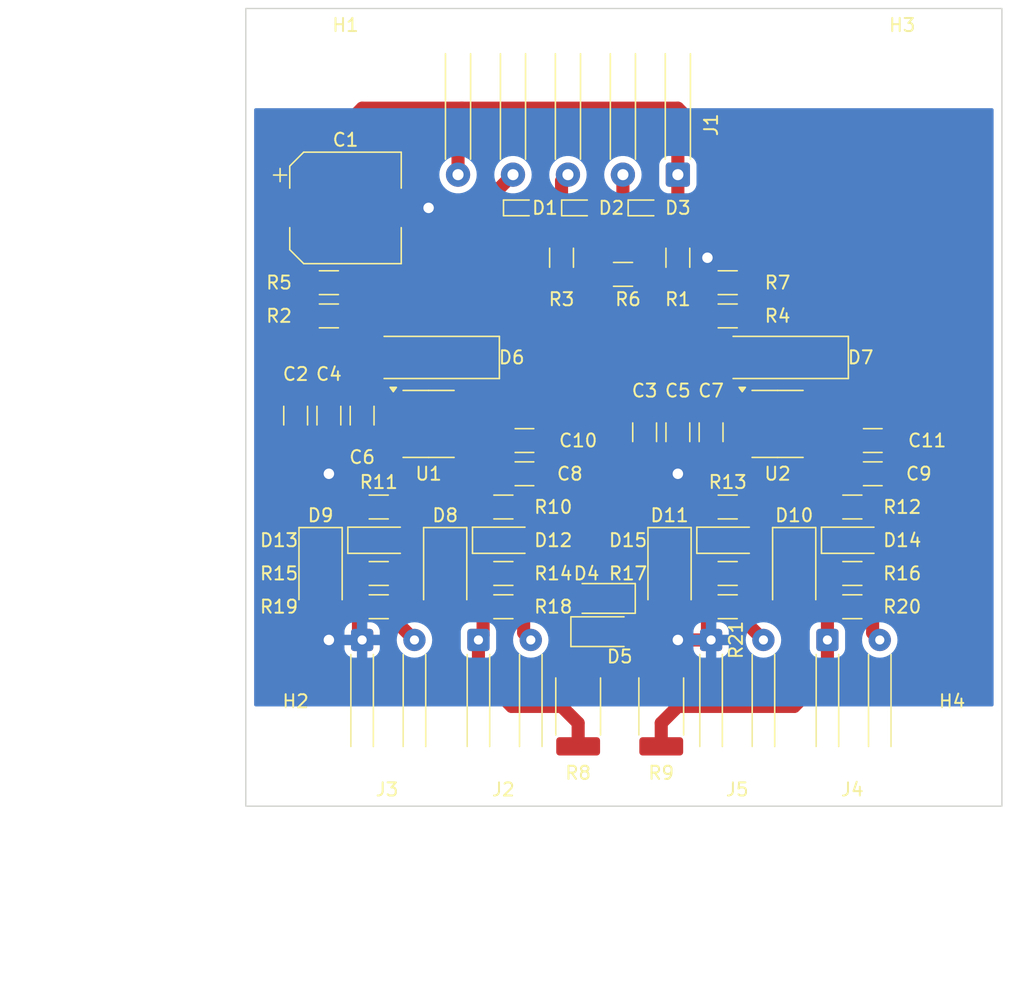
<source format=kicad_pcb>
(kicad_pcb (version 20221018) (generator pcbnew)
  (title_block (title "vetrnik-H-bridge") (company "Ondřej Sluka"))
  (layers (0 "F.Cu" signal) (31 "B.Cu" signal) (34 "B.Paste" user) (35 "F.Paste" user) (36 "B.SilkS" user "B.Silkscreen") (37 "F.SilkS" user "F.Silkscreen") (38 "B.Mask" user) (39 "F.Mask" user) (44 "Edge.Cuts" user))
  (net 0 "")
  (net 1 "+12P")
  (net 2 "GNDPWR")
  (net 3 "Net-(D7-K)")
  (net 4 "/CONN_IN1")
  (net 5 "/CONN_~{SD}")
  (net 6 "/CONN_IN2")
  (net 7 "Net-(D13-K)")
  (net 8 "/AC1")
  (net 9 "Net-(D10-A1)")
  (net 10 "Net-(D11-A1)")
  (net 11 "/AC2")
  (net 12 "Net-(D13-A)")
  (net 13 "Net-(D14-A)")
  (net 14 "Net-(D15-A)")
  (net 15 "/IN1")
  (net 16 "/~{SD}")
  (net 17 "/IN2")
  (net 18 "Net-(U1-HO)")
  (net 19 "Net-(U1-LO)")
  (net 20 "Net-(U2-HO)")
  (net 21 "Net-(U2-LO)")
  (net 22 "Net-(D6-K)")
  (net 23 "Net-(D4-K)")
  (net 24 "Net-(D4-A)")
  (net 25 "Net-(D12-K)")
  (net 26 "Net-(D12-A)")
  (net 27 "Net-(D1-A)")
  (footprint "MountingHole:MountingHole_3.2mm_M3" (layer "F.Cu") (at 105.41 123.19)
    (fp_text reference "H2" (at 0 -4.2) (layer "F.SilkS"))
    (fp_text value "MountingHole")
    (pad "" np_thru_hole circle (at 0 0) (size 3.2 3.2) (drill 3.2) (layers "*.Cu" "*.Mask"))
  )
  (footprint "Capacitor_SMD:CP_Elec_8x10" (layer "F.Cu") (at 109.22 81.28)
    (fp_text reference "C1" (at 0 -5.2) (layer "F.SilkS"))
    (fp_text value "220u / 25V")
    (pad "1" smd roundrect (at -3.25 0) (size 3.5 2.5) (layers "F.Cu" "F.Paste" "F.Mask") (roundrect_rratio 0.1) (net 1 "+12P"))
    (pad "2" smd roundrect (at 3.25 0) (size 3.5 2.5) (layers "F.Cu" "F.Paste" "F.Mask") (roundrect_rratio 0.1) (net 2 "GNDPWR"))
  )
  (footprint "Resistor_SMD:R_1206_3216Metric_Pad1.30x1.75mm_HandSolder" (layer "F.Cu") (at 107.95 89.535)
    (fp_text reference "R2" (at -3.81 0) (layer "F.SilkS"))
    (fp_text value "1k")
    (pad "1" smd roundrect (at -1.55 0) (size 1.3 1.75) (layers "F.Cu" "F.Paste" "F.Mask") (roundrect_rratio 0.1923076923) (net 15 "/IN1"))
    (pad "2" smd roundrect (at 1.55 0) (size 1.3 1.75) (layers "F.Cu" "F.Paste" "F.Mask") (roundrect_rratio 0.1923076923) (net 4 "/CONN_IN1"))
  )
  (footprint "Capacitor_SMD:C_1206_3216Metric_Pad1.33x1.80mm_HandSolder" (layer "F.Cu") (at 149.5175 99.06 180)
    (fp_text reference "C11" (at -4.1525 0) (layer "F.SilkS"))
    (fp_text value "10u / 25V")
    (pad "1" smd roundrect (at -1.5625 0 180) (size 1.325 1.8) (layers "F.Cu" "F.Paste" "F.Mask") (roundrect_rratio 0.1886792453) (net 3 "Net-(D7-K)"))
    (pad "2" smd roundrect (at 1.5625 0 180) (size 1.325 1.8) (layers "F.Cu" "F.Paste" "F.Mask") (roundrect_rratio 0.1886792453) (net 11 "/AC2"))
  )
  (footprint "Diode_SMD:D_SOD-523" (layer "F.Cu") (at 127 81.28)
    (fp_text reference "D2" (at 2.54 0) (layer "F.SilkS"))
    (fp_text value "ESD5Z5V0")
    (pad "1" smd roundrect (at -0.7 0 180) (size 0.6 0.7) (layers "F.Cu" "F.Paste" "F.Mask") (net 5 "/CONN_~{SD}"))
    (pad "2" smd roundrect (at 0.7 0 180) (size 0.6 0.7) (layers "F.Cu" "F.Paste" "F.Mask") (net 27 "Net-(D1-A)"))
  )
  (footprint "Resistor_SMD:R_1206_3216Metric_Pad1.30x1.75mm_HandSolder" (layer "F.Cu") (at 138.43 111.76 180)
    (fp_text reference "R21" (at -0.635 -2.54 90) (layer "F.SilkS"))
    (fp_text value "22k")
    (pad "1" smd roundrect (at -1.55 0 180) (size 1.3 1.75) (layers "F.Cu" "F.Paste" "F.Mask") (roundrect_rratio 0.1923076923) (net 14 "Net-(D15-A)"))
    (pad "2" smd roundrect (at 1.55 0 180) (size 1.3 1.75) (layers "F.Cu" "F.Paste" "F.Mask") (roundrect_rratio 0.1923076923) (net 2 "GNDPWR"))
  )
  (footprint "Capacitor_SMD:C_1206_3216Metric_Pad1.33x1.80mm_HandSolder" (layer "F.Cu") (at 105.41 97.155 -90)
    (fp_text reference "C2" (at -3.175 0 -180) (layer "F.SilkS"))
    (fp_text value "10u / 25V")
    (pad "1" smd roundrect (at -1.5625 0 270) (size 1.325 1.8) (layers "F.Cu" "F.Paste" "F.Mask") (roundrect_rratio 0.1886792453) (net 1 "+12P"))
    (pad "2" smd roundrect (at 1.5625 0 270) (size 1.325 1.8) (layers "F.Cu" "F.Paste" "F.Mask") (roundrect_rratio 0.1886792453) (net 2 "GNDPWR"))
  )
  (footprint "Capacitor_SMD:C_1206_3216Metric_Pad1.33x1.80mm_HandSolder" (layer "F.Cu") (at 110.49 97.155 -90)
    (fp_text reference "C6" (at 3.175 0 -180) (layer "F.SilkS"))
    (fp_text value "10n")
    (pad "1" smd roundrect (at -1.5625 0 270) (size 1.325 1.8) (layers "F.Cu" "F.Paste" "F.Mask") (roundrect_rratio 0.1886792453) (net 1 "+12P"))
    (pad "2" smd roundrect (at 1.5625 0 270) (size 1.325 1.8) (layers "F.Cu" "F.Paste" "F.Mask") (roundrect_rratio 0.1886792453) (net 2 "GNDPWR"))
  )
  (footprint "Connector_Wire:SolderWire-0.15sqmm_1x02_P4mm_D0.5mm_OD1.5mm_Relief" (layer "F.Cu") (at 137.16 114.3)
    (fp_text reference "J5" (at 2 11.43) (layer "F.SilkS"))
    (fp_text value "Conn_01x02_Pin")
    (pad "" np_thru_hole circle (at 0 9) (size 2 2) (drill 2) (layers "*.Cu" "*.Mask"))
    (pad "" np_thru_hole circle (at 4 9) (size 2 2) (drill 2) (layers "*.Cu" "*.Mask"))
    (pad "1" thru_hole roundrect (at 0 0) (size 1.7 1.7) (drill 0.7) (layers "*.Cu" "*.Mask") (roundrect_rratio 0.1470588235) (net 2 "GNDPWR"))
    (pad "2" thru_hole circle (at 4 0) (size 1.7 1.7) (drill 0.7) (layers "*.Cu" "*.Mask") (net 14 "Net-(D15-A)"))
  )
  (footprint "Capacitor_SMD:C_1206_3216Metric_Pad1.33x1.80mm_HandSolder" (layer "F.Cu") (at 137.16 98.425 -90)
    (fp_text reference "C7" (at -3.175 0 -180) (layer "F.SilkS"))
    (fp_text value "10n")
    (pad "1" smd roundrect (at -1.5625 0 270) (size 1.325 1.8) (layers "F.Cu" "F.Paste" "F.Mask") (roundrect_rratio 0.1886792453) (net 1 "+12P"))
    (pad "2" smd roundrect (at 1.5625 0 270) (size 1.325 1.8) (layers "F.Cu" "F.Paste" "F.Mask") (roundrect_rratio 0.1886792453) (net 2 "GNDPWR"))
  )
  (footprint "Diode_SMD:D_SMA" (layer "F.Cu") (at 116.84 109.22 -90)
    (fp_text reference "D8" (at -4.445 0 -180) (layer "F.SilkS"))
    (fp_text value "SMAJ13A")
    (pad "1" smd roundrect (at -2 0 270) (size 2.5 1.8) (layers "F.Cu" "F.Paste" "F.Mask") (roundrect_rratio 0.1388888889) (net 25 "Net-(D12-K)"))
    (pad "2" smd roundrect (at 2 0 270) (size 2.5 1.8) (layers "F.Cu" "F.Paste" "F.Mask") (roundrect_rratio 0.1388888889) (net 8 "/AC1"))
  )
  (footprint "Capacitor_SMD:C_1206_3216Metric_Pad1.33x1.80mm_HandSolder" (layer "F.Cu") (at 122.8975 99.06 180)
    (fp_text reference "C10" (at -4.1025 0) (layer "F.SilkS"))
    (fp_text value "10u / 25V")
    (pad "1" smd roundrect (at -1.5625 0 180) (size 1.325 1.8) (layers "F.Cu" "F.Paste" "F.Mask") (roundrect_rratio 0.1886792453) (net 22 "Net-(D6-K)"))
    (pad "2" smd roundrect (at 1.5625 0 180) (size 1.325 1.8) (layers "F.Cu" "F.Paste" "F.Mask") (roundrect_rratio 0.1886792453) (net 8 "/AC1"))
  )
  (footprint "Resistor_SMD:R_1206_3216Metric_Pad1.30x1.75mm_HandSolder" (layer "F.Cu") (at 138.43 86.995 180)
    (fp_text reference "R7" (at -3.81 0) (layer "F.SilkS"))
    (fp_text value "22k")
    (pad "1" smd roundrect (at -1.55 0 180) (size 1.3 1.75) (layers "F.Cu" "F.Paste" "F.Mask") (roundrect_rratio 0.1923076923) (net 17 "/IN2"))
    (pad "2" smd roundrect (at 1.55 0 180) (size 1.3 1.75) (layers "F.Cu" "F.Paste" "F.Mask") (roundrect_rratio 0.1923076923) (net 2 "GNDPWR"))
  )
  (footprint "Diode_SMD:D_SOD-123" (layer "F.Cu") (at 111.76 106.68)
    (fp_text reference "D13" (at -7.62 0) (layer "F.SilkS"))
    (fp_text value "DNP 1N4148W")
    (pad "1" smd roundrect (at -1.65 0) (size 0.9 1.2) (layers "F.Cu" "F.Paste" "F.Mask") (net 7 "Net-(D13-K)"))
    (pad "2" smd roundrect (at 1.65 0) (size 0.9 1.2) (layers "F.Cu" "F.Paste" "F.Mask") (net 12 "Net-(D13-A)"))
  )
  (footprint "Diode_SMD:D_MELF_Handsoldering" (layer "F.Cu") (at 115.57 92.71 180)
    (fp_text reference "D6" (at -6.35 0 180) (layer "F.SilkS"))
    (fp_text value "SUF4004")
    (pad "1" smd roundrect (at -3.4 0 180) (size 3.5 2.7) (layers "F.Cu" "F.Paste" "F.Mask") (roundrect_rratio 0.09259259259) (net 22 "Net-(D6-K)"))
    (pad "2" smd roundrect (at 3.4 0 180) (size 3.5 2.7) (layers "F.Cu" "F.Paste" "F.Mask") (roundrect_rratio 0.09259259259) (net 1 "+12P"))
  )
  (footprint "Resistor_SMD:R_1206_3216Metric_Pad1.30x1.75mm_HandSolder" (layer "F.Cu") (at 121.285 104.14 180)
    (fp_text reference "R10" (at -3.81 0) (layer "F.SilkS"))
    (fp_text value "10")
    (pad "1" smd roundrect (at -1.55 0 180) (size 1.3 1.75) (layers "F.Cu" "F.Paste" "F.Mask") (roundrect_rratio 0.1923076923) (net 18 "Net-(U1-HO)"))
    (pad "2" smd roundrect (at 1.55 0 180) (size 1.3 1.75) (layers "F.Cu" "F.Paste" "F.Mask") (roundrect_rratio 0.1923076923) (net 25 "Net-(D12-K)"))
  )
  (footprint "Resistor_SMD:R_1206_3216Metric_Pad1.30x1.75mm_HandSolder" (layer "F.Cu") (at 121.285 109.22)
    (fp_text reference "R14" (at 3.81 0) (layer "F.SilkS"))
    (fp_text value "10")
    (pad "1" smd roundrect (at -1.55 0) (size 1.3 1.75) (layers "F.Cu" "F.Paste" "F.Mask") (roundrect_rratio 0.1923076923) (net 25 "Net-(D12-K)"))
    (pad "2" smd roundrect (at 1.55 0) (size 1.3 1.75) (layers "F.Cu" "F.Paste" "F.Mask") (roundrect_rratio 0.1923076923) (net 26 "Net-(D12-A)"))
  )
  (footprint "Diode_SMD:D_SMA" (layer "F.Cu") (at 107.315 109.22 -90)
    (fp_text reference "D9" (at -4.445 0 -180) (layer "F.SilkS"))
    (fp_text value "SMAJ13A")
    (pad "1" smd roundrect (at -2 0 270) (size 2.5 1.8) (layers "F.Cu" "F.Paste" "F.Mask") (roundrect_rratio 0.1388888889) (net 7 "Net-(D13-K)"))
    (pad "2" smd roundrect (at 2 0 270) (size 2.5 1.8) (layers "F.Cu" "F.Paste" "F.Mask") (roundrect_rratio 0.1388888889) (net 2 "GNDPWR"))
  )
  (footprint "LED_SMD:LED_1206_3216Metric_Pad1.42x1.75mm_HandSolder" (layer "F.Cu") (at 128.905 111.125 180)
    (fp_text reference "D4" (at 1.27 1.905) (layer "F.SilkS"))
    (fp_text value "LED")
    (pad "1" smd roundrect (at -1.4875 0 180) (size 1.425 1.75) (layers "F.Cu" "F.Paste" "F.Mask") (roundrect_rratio 0.1754392982) (net 23 "Net-(D4-K)"))
    (pad "2" smd roundrect (at 1.4875 0 180) (size 1.425 1.75) (layers "F.Cu" "F.Paste" "F.Mask") (roundrect_rratio 0.1754392982) (net 24 "Net-(D4-A)"))
  )
  (footprint "Resistor_SMD:R_1206_3216Metric_Pad1.30x1.75mm_HandSolder" (layer "F.Cu") (at 138.43 89.535 180)
    (fp_text reference "R4" (at -3.81 0) (layer "F.SilkS"))
    (fp_text value "1k")
    (pad "1" smd roundrect (at -1.55 0 180) (size 1.3 1.75) (layers "F.Cu" "F.Paste" "F.Mask") (roundrect_rratio 0.1923076923) (net 17 "/IN2"))
    (pad "2" smd roundrect (at 1.55 0 180) (size 1.3 1.75) (layers "F.Cu" "F.Paste" "F.Mask") (roundrect_rratio 0.1923076923) (net 6 "/CONN_IN2"))
  )
  (footprint "Resistor_SMD:R_1206_3216Metric_Pad1.30x1.75mm_HandSolder" (layer "F.Cu") (at 130.429 86.36)
    (fp_text reference "R6" (at 0.381 1.905) (layer "F.SilkS"))
    (fp_text value "22k")
    (pad "1" smd roundrect (at -1.55 0) (size 1.3 1.75) (layers "F.Cu" "F.Paste" "F.Mask") (roundrect_rratio 0.1923076923) (net 16 "/~{SD}"))
    (pad "2" smd roundrect (at 1.55 0) (size 1.3 1.75) (layers "F.Cu" "F.Paste" "F.Mask") (roundrect_rratio 0.1923076923) (net 2 "GNDPWR"))
  )
  (footprint "Diode_SMD:D_SOD-523" (layer "F.Cu") (at 132.08 81.28)
    (fp_text reference "D3" (at 2.54 0) (layer "F.SilkS"))
    (fp_text value "ESD5Z5V0")
    (pad "1" smd roundrect (at -0.7 0 180) (size 0.6 0.7) (layers "F.Cu" "F.Paste" "F.Mask") (net 6 "/CONN_IN2"))
    (pad "2" smd roundrect (at 0.7 0 180) (size 0.6 0.7) (layers "F.Cu" "F.Paste" "F.Mask") (net 27 "Net-(D1-A)"))
  )
  (footprint "Diode_SMD:D_SOD-123" (layer "F.Cu") (at 121.285 106.68)
    (fp_text reference "D12" (at 3.81 0) (layer "F.SilkS"))
    (fp_text value "DNP 1N4148W")
    (pad "1" smd roundrect (at -1.65 0) (size 0.9 1.2) (layers "F.Cu" "F.Paste" "F.Mask") (net 25 "Net-(D12-K)"))
    (pad "2" smd roundrect (at 1.65 0) (size 0.9 1.2) (layers "F.Cu" "F.Paste" "F.Mask") (net 26 "Net-(D12-A)"))
  )
  (footprint "MountingHole:MountingHole_3.2mm_M3" (layer "F.Cu") (at 155.575 123.19)
    (fp_text reference "H4" (at 0 -4.2) (layer "F.SilkS"))
    (fp_text value "MountingHole")
    (pad "" np_thru_hole circle (at 0 0) (size 3.2 3.2) (drill 3.2) (layers "*.Cu" "*.Mask"))
  )
  (footprint "Capacitor_SMD:C_1206_3216Metric_Pad1.33x1.80mm_HandSolder" (layer "F.Cu") (at 132.08 98.425 -90)
    (fp_text reference "C3" (at -3.175 0 -180) (layer "F.SilkS"))
    (fp_text value "10u / 25V")
    (pad "1" smd roundrect (at -1.5625 0 270) (size 1.325 1.8) (layers "F.Cu" "F.Paste" "F.Mask") (roundrect_rratio 0.1886792453) (net 1 "+12P"))
    (pad "2" smd roundrect (at 1.5625 0 270) (size 1.325 1.8) (layers "F.Cu" "F.Paste" "F.Mask") (roundrect_rratio 0.1886792453) (net 2 "GNDPWR"))
  )
  (footprint "Connector_Wire:SolderWire-0.15sqmm_1x02_P4mm_D0.5mm_OD1.5mm_Relief" (layer "F.Cu") (at 119.38 114.3)
    (fp_text reference "J2" (at 1.905 11.43) (layer "F.SilkS"))
    (fp_text value "Conn_01x02_Pin")
    (pad "" np_thru_hole circle (at 0 9) (size 2 2) (drill 2) (layers "*.Cu" "*.Mask"))
    (pad "" np_thru_hole circle (at 4 9) (size 2 2) (drill 2) (layers "*.Cu" "*.Mask"))
    (pad "1" thru_hole roundrect (at 0 0) (size 1.7 1.7) (drill 0.7) (layers "*.Cu" "*.Mask") (roundrect_rratio 0.1470588235) (net 8 "/AC1"))
    (pad "2" thru_hole circle (at 4 0) (size 1.7 1.7) (drill 0.7) (layers "*.Cu" "*.Mask") (net 26 "Net-(D12-A)"))
  )
  (footprint "Diode_SMD:D_SOD-123" (layer "F.Cu") (at 138.43 106.68)
    (fp_text reference "D15" (at -7.62 0 180) (layer "F.SilkS"))
    (fp_text value "DNP 1N4148W")
    (pad "1" smd roundrect (at -1.65 0) (size 0.9 1.2) (layers "F.Cu" "F.Paste" "F.Mask") (net 10 "Net-(D11-A1)"))
    (pad "2" smd roundrect (at 1.65 0) (size 0.9 1.2) (layers "F.Cu" "F.Paste" "F.Mask") (net 14 "Net-(D15-A)"))
  )
  (footprint "Resistor_SMD:R_1206_3216Metric_Pad1.30x1.75mm_HandSolder" (layer "F.Cu") (at 138.43 104.14 180)
    (fp_text reference "R13" (at 0 1.905 180) (layer "F.SilkS"))
    (fp_text value "10")
    (pad "1" smd roundrect (at -1.55 0 180) (size 1.3 1.75) (layers "F.Cu" "F.Paste" "F.Mask") (roundrect_rratio 0.1923076923) (net 21 "Net-(U2-LO)"))
    (pad "2" smd roundrect (at 1.55 0 180) (size 1.3 1.75) (layers "F.Cu" "F.Paste" "F.Mask") (roundrect_rratio 0.1923076923) (net 10 "Net-(D11-A1)"))
  )
  (footprint "Resistor_SMD:R_1206_3216Metric_Pad1.30x1.75mm_HandSolder" (layer "F.Cu") (at 147.955 104.14 180)
    (fp_text reference "R12" (at -3.81 0) (layer "F.SilkS"))
    (fp_text value "10")
    (pad "1" smd roundrect (at -1.55 0 180) (size 1.3 1.75) (layers "F.Cu" "F.Paste" "F.Mask") (roundrect_rratio 0.1923076923) (net 20 "Net-(U2-HO)"))
    (pad "2" smd roundrect (at 1.55 0 180) (size 1.3 1.75) (layers "F.Cu" "F.Paste" "F.Mask") (roundrect_rratio 0.1923076923) (net 9 "Net-(D10-A1)"))
  )
  (footprint "Resistor_SMD:R_1206_3216Metric_Pad1.30x1.75mm_HandSolder" (layer "F.Cu") (at 111.76 111.76 180)
    (fp_text reference "R19" (at 7.62 0) (layer "F.SilkS"))
    (fp_text value "22k")
    (pad "1" smd roundrect (at -1.55 0 180) (size 1.3 1.75) (layers "F.Cu" "F.Paste" "F.Mask") (roundrect_rratio 0.1923076923) (net 12 "Net-(D13-A)"))
    (pad "2" smd roundrect (at 1.55 0 180) (size 1.3 1.75) (layers "F.Cu" "F.Paste" "F.Mask") (roundrect_rratio 0.1923076923) (net 2 "GNDPWR"))
  )
  (footprint "MountingHole:MountingHole_3.2mm_M3" (layer "F.Cu") (at 105.41 69.85)
    (fp_text reference "H1" (at 3.81 -2.54) (layer "F.SilkS"))
    (fp_text value "MountingHole")
    (pad "" np_thru_hole circle (at 0 0) (size 3.2 3.2) (drill 3.2) (layers "*.Cu" "*.Mask"))
  )
  (footprint "MountingHole:MountingHole_3.2mm_M3" (layer "F.Cu") (at 155.575 69.85)
    (fp_text reference "H3" (at -3.81 -2.54) (layer "F.SilkS"))
    (fp_text value "MountingHole")
    (pad "" np_thru_hole circle (at 0 0) (size 3.2 3.2) (drill 3.2) (layers "*.Cu" "*.Mask"))
  )
  (footprint "Resistor_SMD:R_2512_6332Metric_Pad1.40x3.35mm_HandSolder" (layer "F.Cu") (at 133.35 119.38 90)
    (fp_text reference "R9" (at -5.08 0 180) (layer "F.SilkS"))
    (fp_text value "10k / 1.5W")
    (pad "1" smd roundrect (at -3.05 0 90) (size 1.4 3.35) (layers "F.Cu" "F.Paste" "F.Mask") (roundrect_rratio 0.1785707143) (net 11 "/AC2"))
    (pad "2" smd roundrect (at 3.05 0 90) (size 1.4 3.35) (layers "F.Cu" "F.Paste" "F.Mask") (roundrect_rratio 0.1785707143) (net 23 "Net-(D4-K)"))
  )
  (footprint "Connector_Wire:SolderWire-0.15sqmm_1x02_P4mm_D0.5mm_OD1.5mm_Relief" (layer "F.Cu") (at 146.05 114.3)
    (fp_text reference "J4" (at 1.905 11.43) (layer "F.SilkS"))
    (fp_text value "Conn_01x02_Pin")
    (pad "" np_thru_hole circle (at 0 9) (size 2 2) (drill 2) (layers "*.Cu" "*.Mask"))
    (pad "" np_thru_hole circle (at 4 9) (size 2 2) (drill 2) (layers "*.Cu" "*.Mask"))
    (pad "1" thru_hole roundrect (at 0 0) (size 1.7 1.7) (drill 0.7) (layers "*.Cu" "*.Mask") (roundrect_rratio 0.1470588235) (net 11 "/AC2"))
    (pad "2" thru_hole circle (at 4 0) (size 1.7 1.7) (drill 0.7) (layers "*.Cu" "*.Mask") (net 13 "Net-(D14-A)"))
  )
  (footprint "Resistor_SMD:R_2512_6332Metric_Pad1.40x3.35mm_HandSolder" (layer "F.Cu") (at 127 119.38 90)
    (fp_text reference "R8" (at -5.08 0 180) (layer "F.SilkS"))
    (fp_text value "10k / 1.5W")
    (pad "1" smd roundrect (at -3.05 0 90) (size 1.4 3.35) (layers "F.Cu" "F.Paste" "F.Mask") (roundrect_rratio 0.1785707143) (net 8 "/AC1"))
    (pad "2" smd roundrect (at 3.05 0 90) (size 1.4 3.35) (layers "F.Cu" "F.Paste" "F.Mask") (roundrect_rratio 0.1785707143) (net 24 "Net-(D4-A)"))
  )
  (footprint "Resistor_SMD:R_1206_3216Metric_Pad1.30x1.75mm_HandSolder" (layer "F.Cu") (at 125.73 85.09 90)
    (fp_text reference "R3" (at -3.175 0 180) (layer "F.SilkS"))
    (fp_text value "1k")
    (pad "1" smd roundrect (at -1.55 0 90) (size 1.3 1.75) (layers "F.Cu" "F.Paste" "F.Mask") (roundrect_rratio 0.1923076923) (net 16 "/~{SD}"))
    (pad "2" smd roundrect (at 1.55 0 90) (size 1.3 1.75) (layers "F.Cu" "F.Paste" "F.Mask") (roundrect_rratio 0.1923076923) (net 5 "/CONN_~{SD}"))
  )
  (footprint "Resistor_SMD:R_1206_3216Metric_Pad1.30x1.75mm_HandSolder" (layer "F.Cu") (at 134.62 85.09 -90)
    (fp_text reference "R1" (at 3.175 0 -180) (layer "F.SilkS"))
    (fp_text value "0")
    (pad "1" smd roundrect (at -1.55 0 270) (size 1.3 1.75) (layers "F.Cu" "F.Paste" "F.Mask") (roundrect_rratio 0.1923076923) (net 27 "Net-(D1-A)"))
    (pad "2" smd roundrect (at 1.55 0 270) (size 1.3 1.75) (layers "F.Cu" "F.Paste" "F.Mask") (roundrect_rratio 0.1923076923) (net 2 "GNDPWR"))
  )
  (footprint "Capacitor_SMD:C_1206_3216Metric_Pad1.33x1.80mm_HandSolder" (layer "F.Cu") (at 149.5175 101.6 180)
    (fp_text reference "C9" (at -3.5175 0) (layer "F.SilkS"))
    (fp_text value "10u / 25V")
    (pad "1" smd roundrect (at -1.5625 0 180) (size 1.325 1.8) (layers "F.Cu" "F.Paste" "F.Mask") (roundrect_rratio 0.1886792453) (net 3 "Net-(D7-K)"))
    (pad "2" smd roundrect (at 1.5625 0 180) (size 1.325 1.8) (layers "F.Cu" "F.Paste" "F.Mask") (roundrect_rratio 0.1886792453) (net 11 "/AC2"))
  )
  (footprint "Capacitor_SMD:C_1206_3216Metric_Pad1.33x1.80mm_HandSolder" (layer "F.Cu") (at 122.8975 101.6 180)
    (fp_text reference "C8" (at -3.4675 0) (layer "F.SilkS"))
    (fp_text value "10u / 25V")
    (pad "1" smd roundrect (at -1.5625 0 180) (size 1.325 1.8) (layers "F.Cu" "F.Paste" "F.Mask") (roundrect_rratio 0.1886792453) (net 22 "Net-(D6-K)"))
    (pad "2" smd roundrect (at 1.5625 0 180) (size 1.325 1.8) (layers "F.Cu" "F.Paste" "F.Mask") (roundrect_rratio 0.1886792453) (net 8 "/AC1"))
  )
  (footprint "Resistor_SMD:R_1206_3216Metric_Pad1.30x1.75mm_HandSolder" (layer "F.Cu") (at 111.76 109.22)
    (fp_text reference "R15" (at -7.62 0) (layer "F.SilkS"))
    (fp_text value "10")
    (pad "1" smd roundrect (at -1.55 0) (size 1.3 1.75) (layers "F.Cu" "F.Paste" "F.Mask") (roundrect_rratio 0.1923076923) (net 7 "Net-(D13-K)"))
    (pad "2" smd roundrect (at 1.55 0) (size 1.3 1.75) (layers "F.Cu" "F.Paste" "F.Mask") (roundrect_rratio 0.1923076923) (net 12 "Net-(D13-A)"))
  )
  (footprint "Connector_Wire:SolderWire-0.25sqmm_1x05_P4.2mm_D0.65mm_OD1.7mm_Relief" (layer "F.Cu") (at 134.62 78.74 180)
    (fp_text reference "J1" (at -2.54 3.81 90) (layer "F.SilkS"))
    (fp_text value "Conn_01x05")
    (pad "" np_thru_hole circle (at 0 10.2 180) (size 2.2 2.2) (drill 2.2) (layers "*.Cu" "*.Mask"))
    (pad "" np_thru_hole circle (at 4.2 10.2 180) (size 2.2 2.2) (drill 2.2) (layers "*.Cu" "*.Mask"))
    (pad "" np_thru_hole circle (at 8.4 10.2 180) (size 2.2 2.2) (drill 2.2) (layers "*.Cu" "*.Mask"))
    (pad "" np_thru_hole circle (at 12.6 10.2 180) (size 2.2 2.2) (drill 2.2) (layers "*.Cu" "*.Mask"))
    (pad "" np_thru_hole circle (at 16.8 10.2 180) (size 2.2 2.2) (drill 2.2) (layers "*.Cu" "*.Mask"))
    (pad "1" thru_hole roundrect (at 0 0 180) (size 1.85 1.85) (drill 0.85) (layers "*.Cu" "*.Mask") (roundrect_rratio 0.1351351351) (net 27 "Net-(D1-A)"))
    (pad "2" thru_hole circle (at 4.2 0 180) (size 1.85 1.85) (drill 0.85) (layers "*.Cu" "*.Mask") (net 6 "/CONN_IN2"))
    (pad "3" thru_hole circle (at 8.4 0 180) (size 1.85 1.85) (drill 0.85) (layers "*.Cu" "*.Mask") (net 5 "/CONN_~{SD}"))
    (pad "4" thru_hole circle (at 12.6 0 180) (size 1.85 1.85) (drill 0.85) (layers "*.Cu" "*.Mask") (net 4 "/CONN_IN1"))
    (pad "5" thru_hole circle (at 16.8 0 180) (size 1.85 1.85) (drill 0.85) (layers "*.Cu" "*.Mask") (net 1 "+12P"))
  )
  (footprint "Diode_SMD:D_SOD-123" (layer "F.Cu") (at 147.955 106.68)
    (fp_text reference "D14" (at 3.81 0) (layer "F.SilkS"))
    (fp_text value "DNP 1N4148W")
    (pad "1" smd roundrect (at -1.65 0) (size 0.9 1.2) (layers "F.Cu" "F.Paste" "F.Mask") (net 9 "Net-(D10-A1)"))
    (pad "2" smd roundrect (at 1.65 0) (size 0.9 1.2) (layers "F.Cu" "F.Paste" "F.Mask") (net 13 "Net-(D14-A)"))
  )
  (footprint "Resistor_SMD:R_1206_3216Metric_Pad1.30x1.75mm_HandSolder" (layer "F.Cu") (at 147.955 109.22)
    (fp_text reference "R16" (at 3.81 0) (layer "F.SilkS"))
    (fp_text value "10")
    (pad "1" smd roundrect (at -1.55 0) (size 1.3 1.75) (layers "F.Cu" "F.Paste" "F.Mask") (roundrect_rratio 0.1923076923) (net 9 "Net-(D10-A1)"))
    (pad "2" smd roundrect (at 1.55 0) (size 1.3 1.75) (layers "F.Cu" "F.Paste" "F.Mask") (roundrect_rratio 0.1923076923) (net 13 "Net-(D14-A)"))
  )
  (footprint "Resistor_SMD:R_1206_3216Metric_Pad1.30x1.75mm_HandSolder" (layer "F.Cu") (at 111.76 104.14 180)
    (fp_text reference "R11" (at 0 1.905) (layer "F.SilkS"))
    (fp_text value "10")
    (pad "1" smd roundrect (at -1.55 0 180) (size 1.3 1.75) (layers "F.Cu" "F.Paste" "F.Mask") (roundrect_rratio 0.1923076923) (net 19 "Net-(U1-LO)"))
    (pad "2" smd roundrect (at 1.55 0 180) (size 1.3 1.75) (layers "F.Cu" "F.Paste" "F.Mask") (roundrect_rratio 0.1923076923) (net 7 "Net-(D13-K)"))
  )
  (footprint "Diode_SMD:D_SMA" (layer "F.Cu") (at 143.51 109.22 -90)
    (fp_text reference "D10" (at -4.445 0 -180) (layer "F.SilkS"))
    (fp_text value "SMAJ13A")
    (pad "1" smd roundrect (at -2 0 270) (size 2.5 1.8) (layers "F.Cu" "F.Paste" "F.Mask") (roundrect_rratio 0.1388888889) (net 9 "Net-(D10-A1)"))
    (pad "2" smd roundrect (at 2 0 270) (size 2.5 1.8) (layers "F.Cu" "F.Paste" "F.Mask") (roundrect_rratio 0.1388888889) (net 11 "/AC2"))
  )
  (footprint "Package_SO:SOIC-8_3.9x4.9mm_P1.27mm" (layer "F.Cu") (at 142.24 97.79)
    (fp_text reference "U2" (at 0 3.81) (layer "F.SilkS"))
    (fp_text value "IR2104")
    (pad "1" smd roundrect (at -2.475 -1.905) (size 1.95 0.6) (layers "F.Cu" "F.Paste" "F.Mask") (net 1 "+12P"))
    (pad "2" smd roundrect (at -2.475 -0.635) (size 1.95 0.6) (layers "F.Cu" "F.Paste" "F.Mask") (net 17 "/IN2"))
    (pad "3" smd roundrect (at -2.475 0.635) (size 1.95 0.6) (layers "F.Cu" "F.Paste" "F.Mask") (net 16 "/~{SD}"))
    (pad "4" smd roundrect (at -2.475 1.905) (size 1.95 0.6) (layers "F.Cu" "F.Paste" "F.Mask") (net 2 "GNDPWR"))
    (pad "5" smd roundrect (at 2.475 1.905) (size 1.95 0.6) (layers "F.Cu" "F.Paste" "F.Mask") (net 21 "Net-(U2-LO)"))
    (pad "6" smd roundrect (at 2.475 0.635) (size 1.95 0.6) (layers "F.Cu" "F.Paste" "F.Mask") (net 11 "/AC2"))
    (pad "7" smd roundrect (at 2.475 -0.635) (size 1.95 0.6) (layers "F.Cu" "F.Paste" "F.Mask") (net 20 "Net-(U2-HO)"))
    (pad "8" smd roundrect (at 2.475 -1.905) (size 1.95 0.6) (layers "F.Cu" "F.Paste" "F.Mask") (net 3 "Net-(D7-K)"))
  )
  (footprint "Resistor_SMD:R_1206_3216Metric_Pad1.30x1.75mm_HandSolder" (layer "F.Cu") (at 147.955 111.76 180)
    (fp_text reference "R20" (at -3.81 0) (layer "F.SilkS"))
    (fp_text value "22k")
    (pad "1" smd roundrect (at -1.55 0 180) (size 1.3 1.75) (layers "F.Cu" "F.Paste" "F.Mask") (roundrect_rratio 0.1923076923) (net 13 "Net-(D14-A)"))
    (pad "2" smd roundrect (at 1.55 0 180) (size 1.3 1.75) (layers "F.Cu" "F.Paste" "F.Mask") (roundrect_rratio 0.1923076923) (net 11 "/AC2"))
  )
  (footprint "Diode_SMD:D_MELF_Handsoldering" (layer "F.Cu") (at 142.24 92.71 180)
    (fp_text reference "D7" (at -6.35 0) (layer "F.SilkS"))
    (fp_text value "SUF4004")
    (pad "1" smd roundrect (at -3.4 0 180) (size 3.5 2.7) (layers "F.Cu" "F.Paste" "F.Mask") (roundrect_rratio 0.09259259259) (net 3 "Net-(D7-K)"))
    (pad "2" smd roundrect (at 3.4 0 180) (size 3.5 2.7) (layers "F.Cu" "F.Paste" "F.Mask") (roundrect_rratio 0.09259259259) (net 1 "+12P"))
  )
  (footprint "LED_SMD:LED_1206_3216Metric_Pad1.42x1.75mm_HandSolder" (layer "F.Cu") (at 128.905 113.665)
    (fp_text reference "D5" (at 1.27 1.905) (layer "F.SilkS"))
    (fp_text value "LED")
    (pad "1" smd roundrect (at -1.4875 0) (size 1.425 1.75) (layers "F.Cu" "F.Paste" "F.Mask") (roundrect_rratio 0.1754392982) (net 24 "Net-(D4-A)"))
    (pad "2" smd roundrect (at 1.4875 0) (size 1.425 1.75) (layers "F.Cu" "F.Paste" "F.Mask") (roundrect_rratio 0.1754392982) (net 23 "Net-(D4-K)"))
  )
  (footprint "Diode_SMD:D_SMA" (layer "F.Cu") (at 133.985 109.22 -90)
    (fp_text reference "D11" (at -4.445 0 -180) (layer "F.SilkS"))
    (fp_text value "SMAJ13A")
    (pad "1" smd roundrect (at -2 0 270) (size 2.5 1.8) (layers "F.Cu" "F.Paste" "F.Mask") (roundrect_rratio 0.1388888889) (net 10 "Net-(D11-A1)"))
    (pad "2" smd roundrect (at 2 0 270) (size 2.5 1.8) (layers "F.Cu" "F.Paste" "F.Mask") (roundrect_rratio 0.1388888889) (net 2 "GNDPWR"))
  )
  (footprint "Resistor_SMD:R_1206_3216Metric_Pad1.30x1.75mm_HandSolder" (layer "F.Cu") (at 107.95 86.995)
    (fp_text reference "R5" (at -3.81 0) (layer "F.SilkS"))
    (fp_text value "22k")
    (pad "1" smd roundrect (at -1.55 0) (size 1.3 1.75) (layers "F.Cu" "F.Paste" "F.Mask") (roundrect_rratio 0.1923076923) (net 15 "/IN1"))
    (pad "2" smd roundrect (at 1.55 0) (size 1.3 1.75) (layers "F.Cu" "F.Paste" "F.Mask") (roundrect_rratio 0.1923076923) (net 2 "GNDPWR"))
  )
  (footprint "Connector_Wire:SolderWire-0.15sqmm_1x02_P4mm_D0.5mm_OD1.5mm_Relief" (layer "F.Cu") (at 110.49 114.3)
    (fp_text reference "J3" (at 1.905 11.43) (layer "F.SilkS"))
    (fp_text value "Conn_01x02_Pin")
    (pad "" np_thru_hole circle (at 0 9) (size 2 2) (drill 2) (layers "*.Cu" "*.Mask"))
    (pad "" np_thru_hole circle (at 4 9) (size 2 2) (drill 2) (layers "*.Cu" "*.Mask"))
    (pad "1" thru_hole roundrect (at 0 0) (size 1.7 1.7) (drill 0.7) (layers "*.Cu" "*.Mask") (roundrect_rratio 0.1470588235) (net 2 "GNDPWR"))
    (pad "2" thru_hole circle (at 4 0) (size 1.7 1.7) (drill 0.7) (layers "*.Cu" "*.Mask") (net 12 "Net-(D13-A)"))
  )
  (footprint "Package_SO:SOIC-8_3.9x4.9mm_P1.27mm" (layer "F.Cu") (at 115.57 97.79)
    (fp_text reference "U1" (at 0 3.81) (layer "F.SilkS"))
    (fp_text value "IR2104")
    (pad "1" smd roundrect (at -2.475 -1.905) (size 1.95 0.6) (layers "F.Cu" "F.Paste" "F.Mask") (net 1 "+12P"))
    (pad "2" smd roundrect (at -2.475 -0.635) (size 1.95 0.6) (layers "F.Cu" "F.Paste" "F.Mask") (net 15 "/IN1"))
    (pad "3" smd roundrect (at -2.475 0.635) (size 1.95 0.6) (layers "F.Cu" "F.Paste" "F.Mask") (net 16 "/~{SD}"))
    (pad "4" smd roundrect (at -2.475 1.905) (size 1.95 0.6) (layers "F.Cu" "F.Paste" "F.Mask") (net 2 "GNDPWR"))
    (pad "5" smd roundrect (at 2.475 1.905) (size 1.95 0.6) (layers "F.Cu" "F.Paste" "F.Mask") (net 19 "Net-(U1-LO)"))
    (pad "6" smd roundrect (at 2.475 0.635) (size 1.95 0.6) (layers "F.Cu" "F.Paste" "F.Mask") (net 8 "/AC1"))
    (pad "7" smd roundrect (at 2.475 -0.635) (size 1.95 0.6) (layers "F.Cu" "F.Paste" "F.Mask") (net 18 "Net-(U1-HO)"))
    (pad "8" smd roundrect (at 2.475 -1.905) (size 1.95 0.6) (layers "F.Cu" "F.Paste" "F.Mask") (net 22 "Net-(D6-K)"))
  )
  (footprint "Capacitor_SMD:C_1206_3216Metric_Pad1.33x1.80mm_HandSolder" (layer "F.Cu") (at 107.95 97.155 -90)
    (fp_text reference "C4" (at -3.175 0 -180) (layer "F.SilkS"))
    (fp_text value "100n")
    (pad "1" smd roundrect (at -1.5625 0 270) (size 1.325 1.8) (layers "F.Cu" "F.Paste" "F.Mask") (roundrect_rratio 0.1886792453) (net 1 "+12P"))
    (pad "2" smd roundrect (at 1.5625 0 270) (size 1.325 1.8) (layers "F.Cu" "F.Paste" "F.Mask") (roundrect_rratio 0.1886792453) (net 2 "GNDPWR"))
  )
  (footprint "Resistor_SMD:R_1206_3216Metric_Pad1.30x1.75mm_HandSolder" (layer "F.Cu") (at 138.43 109.22)
    (fp_text reference "R17" (at -7.62 0 180) (layer "F.SilkS"))
    (fp_text value "10")
    (pad "1" smd roundrect (at -1.55 0) (size 1.3 1.75) (layers "F.Cu" "F.Paste" "F.Mask") (roundrect_rratio 0.1923076923) (net 10 "Net-(D11-A1)"))
    (pad "2" smd roundrect (at 1.55 0) (size 1.3 1.75) (layers "F.Cu" "F.Paste" "F.Mask") (roundrect_rratio 0.1923076923) (net 14 "Net-(D15-A)"))
  )
  (footprint "Resistor_SMD:R_1206_3216Metric_Pad1.30x1.75mm_HandSolder" (layer "F.Cu") (at 121.285 111.76 180)
    (fp_text reference "R18" (at -3.81 0) (layer "F.SilkS"))
    (fp_text value "22k")
    (pad "1" smd roundrect (at -1.55 0 180) (size 1.3 1.75) (layers "F.Cu" "F.Paste" "F.Mask") (roundrect_rratio 0.1923076923) (net 26 "Net-(D12-A)"))
    (pad "2" smd roundrect (at 1.55 0 180) (size 1.3 1.75) (layers "F.Cu" "F.Paste" "F.Mask") (roundrect_rratio 0.1923076923) (net 8 "/AC1"))
  )
  (footprint "Diode_SMD:D_SOD-523" (layer "F.Cu") (at 122.555 81.28)
    (fp_text reference "D1" (at 1.905 0) (layer "F.SilkS"))
    (fp_text value "ESD5Z5V0")
    (pad "1" smd roundrect (at -0.7 0 180) (size 0.6 0.7) (layers "F.Cu" "F.Paste" "F.Mask") (net 4 "/CONN_IN1"))
    (pad "2" smd roundrect (at 0.7 0 180) (size 0.6 0.7) (layers "F.Cu" "F.Paste" "F.Mask") (net 27 "Net-(D1-A)"))
  )
  (footprint "Capacitor_SMD:C_1206_3216Metric_Pad1.33x1.80mm_HandSolder" (layer "F.Cu") (at 134.62 98.425 -90)
    (fp_text reference "C5" (at -3.175 0 -180) (layer "F.SilkS"))
    (fp_text value "100n")
    (pad "1" smd roundrect (at -1.5625 0 270) (size 1.325 1.8) (layers "F.Cu" "F.Paste" "F.Mask") (roundrect_rratio 0.1886792453) (net 1 "+12P"))
    (pad "2" smd roundrect (at 1.5625 0 270) (size 1.325 1.8) (layers "F.Cu" "F.Paste" "F.Mask") (roundrect_rratio 0.1886792453) (net 2 "GNDPWR"))
  )
  (gr_rect (start 101.6 66.04) (end 159.385 127) (stroke (width 0.1)) (fill none) (layer "Edge.Cuts"))
  (segment (start 105.97 78.18) (end 110.49 73.66) (width 1) (layer "F.Cu") (net 1))
  (segment (start 113.095 95.885) (end 110.7825 95.885) (width 0.8) (layer "F.Cu") (net 1))
  (segment (start 118.11 73.66) (end 134.62 73.66) (width 1) (layer "F.Cu") (net 1))
  (segment (start 134.62 73.66) (end 138.43 77.47) (width 1) (layer "F.Cu") (net 1))
  (segment (start 105.97 81.28) (end 105.97 78.18) (width 1) (layer "F.Cu") (net 1))
  (segment (start 107.95 95.5925) (end 107.95 84.455) (width 1) (layer "F.Cu") (net 1))
  (segment (start 138.43 77.47) (end 138.43 92.3) (width 1) (layer "F.Cu") (net 1))
  (segment (start 138.43 92.3) (end 138.84 92.71) (width 1) (layer "F.Cu") (net 1))
  (segment (start 107.95 84.455) (end 105.97 82.475) (width 1) (layer "F.Cu") (net 1))
  (segment (start 134.62 92.71) (end 134.62 96.2275) (width 1) (layer "F.Cu") (net 1))
  (segment (start 138.84 92.71) (end 134.62 92.71) (width 1) (layer "F.Cu") (net 1))
  (segment (start 105.97 82.475) (end 105.97 81.28) (width 1) (layer "F.Cu") (net 1))
  (segment (start 117.82 78.74) (end 117.82 73.95) (width 1) (layer "F.Cu") (net 1))
  (segment (start 117.82 73.95) (end 118.11 73.66) (width 1) (layer "F.Cu") (net 1))
  (segment (start 110.49 73.66) (end 118.11 73.66) (width 1) (layer "F.Cu") (net 1))
  (segment (start 138.1375 95.885) (end 137.16 96.8625) (width 0.8) (layer "F.Cu") (net 1))
  (segment (start 139.765 95.885) (end 138.1375 95.885) (width 0.8) (layer "F.Cu") (net 1))
  (segment (start 107.95 92.71) (end 112.17 92.71) (width 1) (layer "F.Cu") (net 1))
  (segment (start 132.08 96.8625) (end 137.16 96.8625) (width 1) (layer "F.Cu") (net 1))
  (segment (start 110.7825 95.885) (end 110.49 95.5925) (width 0.8) (layer "F.Cu") (net 1))
  (segment (start 105.41 95.5925) (end 110.49 95.5925) (width 1) (layer "F.Cu") (net 1))
  (segment (start 107.315 113.665) (end 107.95 114.3) (width 1) (layer "F.Cu") (net 2))
  (segment (start 107.855 111.76) (end 107.315 111.22) (width 1) (layer "F.Cu") (net 2))
  (segment (start 115.57 81.28) (end 112.47 81.28) (width 1) (layer "F.Cu") (net 2))
  (segment (start 113.095 99.695) (end 111.4675 99.695) (width 0.8) (layer "F.Cu") (net 2))
  (segment (start 139.765 99.695) (end 137.4525 99.695) (width 0.8) (layer "F.Cu") (net 2))
  (segment (start 134.62 99.9875) (end 134.62 101.6) (width 1) (layer "F.Cu") (net 2))
  (segment (start 133.985 111.22) (end 136.34 111.22) (width 1) (layer "F.Cu") (net 2))
  (segment (start 137.4525 99.695) (end 137.16 99.9875) (width 0.8) (layer "F.Cu") (net 2))
  (segment (start 110.21 114.02) (end 110.49 114.3) (width 1) (layer "F.Cu") (net 2))
  (segment (start 132.259 86.64) (end 131.979 86.36) (width 1) (layer "F.Cu") (net 2))
  (segment (start 109.5 86.995) (end 112.395 86.995) (width 1) (layer "F.Cu") (net 2))
  (segment (start 136.88 114.02) (end 137.16 114.3) (width 1) (layer "F.Cu") (net 2))
  (segment (start 115.57 83.82) (end 115.57 81.28) (width 1) (layer "F.Cu") (net 2))
  (segment (start 134.62 86.64) (end 136.525 86.64) (width 1) (layer "F.Cu") (net 2))
  (segment (start 136.525 86.64) (end 136.88 86.995) (width 1) (layer "F.Cu") (net 2))
  (segment (start 110.845 113.945) (end 110.49 114.3) (width 1) (layer "F.Cu") (net 2))
  (segment (start 112.395 86.995) (end 115.57 83.82) (width 1) (layer "F.Cu") (net 2))
  (segment (start 137.16 114.3) (end 134.62 114.3) (width 1) (layer "F.Cu") (net 2))
  (segment (start 110.21 111.76) (end 107.855 111.76) (width 1) (layer "F.Cu") (net 2))
  (segment (start 105.41 98.7175) (end 110.49 98.7175) (width 1) (layer "F.Cu") (net 2))
  (segment (start 107.315 111.22) (end 107.315 113.665) (width 1) (layer "F.Cu") (net 2))
  (segment (start 110.21 111.76) (end 110.21 114.02) (width 1) (layer "F.Cu") (net 2))
  (segment (start 136.34 111.22) (end 136.88 111.76) (width 1) (layer "F.Cu") (net 2))
  (segment (start 134.62 86.64) (end 132.259 86.64) (width 1) (layer "F.Cu") (net 2))
  (segment (start 136.88 111.76) (end 136.88 114.02) (width 1) (layer "F.Cu") (net 2))
  (segment (start 136.88 86.995) (end 136.88 85.09) (width 1) (layer "F.Cu") (net 2))
  (segment (start 111.4675 99.695) (end 110.49 98.7175) (width 0.8) (layer "F.Cu") (net 2))
  (segment (start 107.95 98.7175) (end 107.95 100.965) (width 1) (layer "F.Cu") (net 2))
  (segment (start 132.08 99.9875) (end 137.16 99.9875) (width 1) (layer "F.Cu") (net 2))
  (via (at 107.95 101.6) (size 1.3) (drill 0.8) (layers "F.Cu" "B.Cu") (net 2))
  (via (at 136.88 85.09) (size 1.3) (drill 0.8) (layers "F.Cu" "B.Cu") (net 2))
  (via (at 134.62 101.6) (size 1.3) (drill 0.8) (layers "F.Cu" "B.Cu") (net 2))
  (via (at 107.95 114.3) (size 1.3) (drill 0.8) (layers "F.Cu" "B.Cu") (net 2))
  (via (at 115.57 81.28) (size 1.3) (drill 0.8) (layers "F.Cu" "B.Cu") (net 2))
  (via (at 134.62 114.3) (size 1.3) (drill 0.8) (layers "F.Cu" "B.Cu") (net 2))
  (segment (start 150.495 95.885) (end 150.495 94.615) (width 1) (layer "F.Cu") (net 3))
  (segment (start 150.495 94.615) (end 148.59 92.71) (width 1) (layer "F.Cu") (net 3))
  (segment (start 151.08 101.6) (end 151.08 96.47) (width 1) (layer "F.Cu") (net 3))
  (segment (start 144.715 95.885) (end 150.495 95.885) (width 0.8) (layer "F.Cu") (net 3))
  (segment (start 148.59 92.71) (end 145.64 92.71) (width 1) (layer "F.Cu") (net 3))
  (segment (start 151.08 96.47) (end 150.495 95.885) (width 1) (layer "F.Cu") (net 3))
  (segment (start 120.65 81.28) (end 112.395 89.535) (width 1) (layer "F.Cu") (net 4))
  (segment (start 120.65 80.11) (end 120.65 81.28) (width 1) (layer "F.Cu") (net 4))
  (segment (start 121.855 81.28) (end 120.65 81.28) (width 0.8) (layer "F.Cu") (net 4))
  (segment (start 112.395 89.535) (end 109.5 89.535) (width 1) (layer "F.Cu") (net 4))
  (segment (start 122.02 78.74) (end 120.65 80.11) (width 1) (layer "F.Cu") (net 4))
  (segment (start 125.73 79.23) (end 126.22 78.74) (width 1) (layer "F.Cu") (net 5))
  (segment (start 125.73 83.54) (end 125.73 79.23) (width 1) (layer "F.Cu") (net 5))
  (segment (start 130.429 81.289) (end 130.429 88.519) (width 1) (layer "F.Cu") (net 6))
  (segment (start 130.42 81.28) (end 130.429 81.289) (width 1) (layer "F.Cu") (net 6))
  (segment (start 130.42 78.74) (end 130.42 81.28) (width 1) (layer "F.Cu") (net 6))
  (segment (start 130.429 88.519) (end 131.445 89.535) (width 1) (layer "F.Cu") (net 6))
  (segment (start 131.445 89.535) (end 136.88 89.535) (width 1) (layer "F.Cu") (net 6))
  (segment (start 131.38 81.28) (end 130.42 81.28) (width 0.8) (layer "F.Cu") (net 6))
  (segment (start 107.855 106.68) (end 107.315 107.22) (width 1) (layer "F.Cu") (net 7))
  (segment (start 110.11 106.68) (end 107.855 106.68) (width 1) (layer "F.Cu") (net 7))
  (segment (start 110.21 109.22) (end 110.21 104.14) (width 1) (layer "F.Cu") (net 7))
  (segment (start 118.045 98.425) (end 119.38 98.425) (width 0.6) (layer "F.Cu") (net 8))
  (segment (start 125.73 119.38) (end 127 120.65) (width 1) (layer "F.Cu") (net 8))
  (segment (start 120.385 111.76) (end 119.735 111.76) (width 1) (layer "F.Cu") (net 8))
  (segment (start 119.38 114.3) (end 119.38 116.84) (width 1) (layer "F.Cu") (net 8))
  (segment (start 121.285 99.06) (end 120.65 98.425) (width 0.8) (layer "F.Cu") (net 8))
  (segment (start 121.285 110.86) (end 120.385 111.76) (width 1) (layer "F.Cu") (net 8))
  (segment (start 121.92 119.38) (end 125.73 119.38) (width 1) (layer "F.Cu") (net 8))
  (segment (start 119.735 111.76) (end 119.735 113.945) (width 1) (layer "F.Cu") (net 8))
  (segment (start 121.285 99.06) (end 121.285 110.86) (width 1) (layer "F.Cu") (net 8))
  (segment (start 119.735 113.945) (end 119.38 114.3) (width 1) (layer "F.Cu") (net 8))
  (segment (start 119.195 111.22) (end 119.735 111.76) (width 1) (layer "F.Cu") (net 8))
  (segment (start 127 120.65) (end 127 122.43) (width 1) (layer "F.Cu") (net 8))
  (segment (start 119.38 116.84) (end 121.92 119.38) (width 1) (layer "F.Cu") (net 8))
  (segment (start 116.84 111.22) (end 119.195 111.22) (width 1) (layer "F.Cu") (net 8))
  (segment (start 119.38 98.425) (end 120.65 98.425) (width 0.8) (layer "F.Cu") (net 8))
  (segment (start 144.05 106.68) (end 143.51 107.22) (width 1) (layer "F.Cu") (net 9))
  (segment (start 146.405 104.14) (end 146.405 109.22) (width 1) (layer "F.Cu") (net 9))
  (segment (start 146.305 104.24) (end 146.405 104.14) (width 1) (layer "F.Cu") (net 9))
  (segment (start 146.305 106.68) (end 144.05 106.68) (width 1) (layer "F.Cu") (net 9))
  (segment (start 146.305 109.12) (end 146.405 109.22) (width 1) (layer "F.Cu") (net 9))
  (segment (start 134.525 106.68) (end 133.985 107.22) (width 1) (layer "F.Cu") (net 10))
  (segment (start 136.88 104.14) (end 136.88 106.58) (width 1) (layer "F.Cu") (net 10))
  (segment (start 136.88 106.58) (end 136.78 106.68) (width 1) (layer "F.Cu") (net 10))
  (segment (start 136.78 106.68) (end 134.525 106.68) (width 1) (layer "F.Cu") (net 10))
  (segment (start 136.88 109.22) (end 136.88 106.78) (width 1) (layer "F.Cu") (net 10))
  (segment (start 136.88 106.78) (end 136.78 106.68) (width 1) (layer "F.Cu") (net 10))
  (segment (start 143.51 119.38) (end 134.62 119.38) (width 1) (layer "F.Cu") (net 11))
  (segment (start 146.05 114.3) (end 146.05 112.115) (width 1) (layer "F.Cu") (net 11))
  (segment (start 146.05 114.3) (end 146.05 116.84) (width 1) (layer "F.Cu") (net 11))
  (segment (start 147.955 99.06) (end 147.955 101.6) (width 1) (layer "F.Cu") (net 11))
  (segment (start 145.865 111.22) (end 146.405 111.76) (width 1) (layer "F.Cu") (net 11))
  (segment (start 146.05 98.425) (end 144.715 98.425) (width 0.6) (layer "F.Cu") (net 11))
  (segment (start 146.05 98.425) (end 147.32 98.425) (width 0.8) (layer "F.Cu") (net 11))
  (segment (start 147.955 110.86) (end 147.955 101.6) (width 1) (layer "F.Cu") (net 11))
  (segment (start 146.05 112.115) (end 146.405 111.76) (width 1) (layer "F.Cu") (net 11))
  (segment (start 134.62 119.38) (end 133.35 120.65) (width 1) (layer "F.Cu") (net 11))
  (segment (start 146.05 116.84) (end 143.51 119.38) (width 1) (layer "F.Cu") (net 11))
  (segment (start 143.51 111.22) (end 145.865 111.22) (width 1) (layer "F.Cu") (net 11))
  (segment (start 147.055 111.76) (end 147.955 110.86) (width 1) (layer "F.Cu") (net 11))
  (segment (start 147.32 98.425) (end 147.955 99.06) (width 0.8) (layer "F.Cu") (net 11))
  (segment (start 146.405 111.76) (end 147.055 111.76) (width 1) (layer "F.Cu") (net 11))
  (segment (start 133.35 120.65) (end 133.35 122.43) (width 1) (layer "F.Cu") (net 11))
  (segment (start 113.31 113.12) (end 114.49 114.3) (width 1) (layer "F.Cu") (net 12))
  (segment (start 113.31 109.22) (end 113.31 106.78) (width 1) (layer "F.Cu") (net 12))
  (segment (start 113.31 111.76) (end 113.31 109.22) (width 1) (layer "F.Cu") (net 12))
  (segment (start 113.31 106.78) (end 113.41 106.68) (width 1) (layer "F.Cu") (net 12))
  (segment (start 113.31 111.76) (end 113.31 113.12) (width 1) (layer "F.Cu") (net 12))
  (segment (start 149.505 111.76) (end 149.505 109.22) (width 1) (layer "F.Cu") (net 13))
  (segment (start 149.505 113.755) (end 150.05 114.3) (width 1) (layer "F.Cu") (net 13))
  (segment (start 149.505 106.78) (end 149.605 106.68) (width 1) (layer "F.Cu") (net 13))
  (segment (start 149.505 109.22) (end 149.505 106.78) (width 1) (layer "F.Cu") (net 13))
  (segment (start 149.505 111.76) (end 149.505 113.755) (width 1) (layer "F.Cu") (net 13))
  (segment (start 139.98 111.76) (end 139.98 109.22) (width 1) (layer "F.Cu") (net 14))
  (segment (start 139.98 109.22) (end 139.98 106.78) (width 1) (layer "F.Cu") (net 14))
  (segment (start 139.98 106.78) (end 140.08 106.68) (width 1) (layer "F.Cu") (net 14))
  (segment (start 139.98 113.12) (end 141.16 114.3) (width 1) (layer "F.Cu") (net 14))
  (segment (start 139.98 111.76) (end 139.98 113.12) (width 1) (layer "F.Cu") (net 14))
  (segment (start 103.61 90.805) (end 104.88 89.535) (width 1) (layer "F.Cu") (net 15))
  (segment (start 106.4 89.535) (end 106.4 86.995) (width 1) (layer "F.Cu") (net 15))
  (segment (start 113.095 97.155) (end 104.418148 97.155) (width 0.8) (layer "F.Cu") (net 15))
  (segment (start 104.276726 97.155) (end 103.61 96.488274) (width 1) (layer "F.Cu") (net 15))
  (segment (start 104.418148 97.155) (end 104.276726 97.155) (width 1) (layer "F.Cu") (net 15))
  (segment (start 103.61 96.488274) (end 103.61 90.805) (width 1) (layer "F.Cu") (net 15))
  (segment (start 104.88 89.535) (end 106.4 89.535) (width 1) (layer "F.Cu") (net 15))
  (segment (start 114.935 95.25) (end 114.72 95.035) (width 0.8) (layer "F.Cu") (net 16))
  (segment (start 128.599 86.64) (end 128.879 86.36) (width 1) (layer "F.Cu") (net 16))
  (segment (start 113.095 98.425) (end 114.14766 98.425) (width 0.8) (layer "F.Cu") (net 16))
  (segment (start 114.72 89.75) (end 115.57 88.9) (width 1) (layer "F.Cu") (net 16))
  (segment (start 114.72 95.035) (end 114.72 92.075) (width 0.8) (layer "F.Cu") (net 16))
  (segment (start 128.27 88.9) (end 128.879 88.291) (width 1) (layer "F.Cu") (net 16))
  (segment (start 114.14766 98.425) (end 114.935 97.63766) (width 0.8) (layer "F.Cu") (net 16))
  (segment (start 137.16 98.425) (end 129.54 98.425) (width 1) (layer "F.Cu") (net 16))
  (segment (start 114.72 92.075) (end 114.72 89.75) (width 0.8) (layer "F.Cu") (net 16))
  (segment (start 114.935 97.63766) (end 114.935 95.25) (width 0.8) (layer "F.Cu") (net 16))
  (segment (start 115.57 88.9) (end 128.27 88.9) (width 1) (layer "F.Cu") (net 16))
  (segment (start 125.73 86.64) (end 128.599 86.64) (width 1) (layer "F.Cu") (net 16))
  (segment (start 128.879 88.291) (end 128.879 86.36) (width 1) (layer "F.Cu") (net 16))
  (segment (start 128.27 97.155) (end 128.27 88.9) (width 1) (layer "F.Cu") (net 16))
  (segment (start 139.765 98.425) (end 137.16 98.425) (width 0.8) (layer "F.Cu") (net 16))
  (segment (start 129.54 98.425) (end 128.27 97.155) (width 1) (layer "F.Cu") (net 16))
  (segment (start 139.765 97.155) (end 140.81766 97.155) (width 0.8) (layer "F.Cu") (net 17))
  (segment (start 139.98 89.535) (end 139.98 86.995) (width 1) (layer "F.Cu") (net 17))
  (segment (start 140.81766 97.155) (end 141.54 96.43266) (width 0.8) (layer "F.Cu") (net 17))
  (segment (start 141.54 96.43266) (end 141.54 91.095) (width 0.8) (layer "F.Cu") (net 17))
  (segment (start 141.54 91.095) (end 139.98 89.535) (width 0.8) (layer "F.Cu") (net 17))
  (segment (start 122.585 97.185) (end 121.285 97.185) (width 1) (layer "F.Cu") (net 18))
  (segment (start 118.045 97.155) (end 121.285 97.155) (width 0.8) (layer "F.Cu") (net 18))
  (segment (start 122.8975 97.4975) (end 122.585 97.185) (width 1) (layer "F.Cu") (net 18))
  (segment (start 122.835 104.14) (end 122.8975 104.0775) (width 1) (layer "F.Cu") (net 18))
  (segment (start 122.8975 104.0775) (end 122.8975 97.4975) (width 1) (layer "F.Cu") (net 18))
  (segment (start 118.045 99.695) (end 116.84 99.695) (width 0.6) (layer "F.Cu") (net 19))
  (segment (start 113.31 103.225) (end 113.31 104.14) (width 0.8) (layer "F.Cu") (net 19))
  (segment (start 116.84 99.695) (end 113.31 103.225) (width 0.8) (layer "F.Cu") (net 19))
  (segment (start 149.505 104.14) (end 149.5175 104.1275) (width 1) (layer "F.Cu") (net 20))
  (segment (start 149.225 97.185) (end 147.985 97.185) (width 1) (layer "F.Cu") (net 20))
  (segment (start 149.5175 104.1275) (end 149.5175 97.4775) (width 1) (layer "F.Cu") (net 20))
  (segment (start 149.5175 97.4775) (end 149.225 97.185) (width 1) (layer "F.Cu") (net 20))
  (segment (start 144.715 97.155) (end 147.955 97.155) (width 0.8) (layer "F.Cu") (net 20))
  (segment (start 143.51 99.695) (end 139.98 103.225) (width 0.8) (layer "F.Cu") (net 21))
  (segment (start 144.715 99.695) (end 143.51 99.695) (width 0.6) (layer "F.Cu") (net 21))
  (segment (start 139.98 103.225) (end 139.98 104.14) (width 0.8) (layer "F.Cu") (net 21))
  (segment (start 121.285 92.71) (end 123.825 95.25) (width 1) (layer "F.Cu") (net 22))
  (segment (start 118.045 95.885) (end 122.555 95.885) (width 0.8) (layer "F.Cu") (net 22))
  (segment (start 124.46 96.52) (end 123.825 95.885) (width 1) (layer "F.Cu") (net 22))
  (segment (start 118.97 92.71) (end 121.285 92.71) (width 1) (layer "F.Cu") (net 22))
  (segment (start 123.825 95.25) (end 123.825 95.885) (width 1) (layer "F.Cu") (net 22))
  (segment (start 124.46 101.6) (end 124.46 96.52) (width 1) (layer "F.Cu") (net 22))
  (segment (start 123.825 95.885) (end 122.555 95.885) (width 0.8) (layer "F.Cu") (net 22))
  (segment (start 130.3925 115.1525) (end 131.57 116.33) (width 1) (layer "F.Cu") (net 23))
  (segment (start 130.3925 111.125) (end 130.3925 113.665) (width 1) (layer "F.Cu") (net 23))
  (segment (start 130.3925 113.665) (end 130.3925 115.1525) (width 1) (layer "F.Cu") (net 23))
  (segment (start 131.57 116.33) (end 133.35 116.33) (width 1) (layer "F.Cu") (net 23))
  (segment (start 127.4175 111.125) (end 127.4175 113.665) (width 1) (layer "F.Cu") (net 24))
  (segment (start 127 116.33) (end 127 114.0825) (width 1) (layer "F.Cu") (net 24))
  (segment (start 127 114.0825) (end 127.4175 113.665) (width 1) (layer "F.Cu") (net 24))
  (segment (start 119.635 106.68) (end 117.38 106.68) (width 1) (layer "F.Cu") (net 25))
  (segment (start 119.635 109.12) (end 119.735 109.22) (width 1) (layer "F.Cu") (net 25))
  (segment (start 117.38 106.68) (end 116.84 107.22) (width 1) (layer "F.Cu") (net 25))
  (segment (start 119.635 104.24) (end 119.735 104.14) (width 1) (layer "F.Cu") (net 25))
  (segment (start 119.735 109.22) (end 119.735 104.14) (width 1) (layer "F.Cu") (net 25))
  (segment (start 122.835 106.78) (end 122.935 106.68) (width 1) (layer "F.Cu") (net 26))
  (segment (start 122.835 111.76) (end 122.835 113.755) (width 1) (layer "F.Cu") (net 26))
  (segment (start 122.835 113.755) (end 123.38 114.3) (width 1) (layer "F.Cu") (net 26))
  (segment (start 122.835 109.22) (end 122.835 106.78) (width 1) (layer "F.Cu") (net 26))
  (segment (start 122.835 109.22) (end 122.835 111.76) (width 1) (layer "F.Cu") (net 26))
  (segment (start 127.7 81.28) (end 128.27 81.28) (width 0.8) (layer "F.Cu") (net 27))
  (segment (start 133.35 75.565) (end 128.27 75.565) (width 1) (layer "F.Cu") (net 27))
  (segment (start 123.255 81.28) (end 123.255 81.215) (width 0.8) (layer "F.Cu") (net 27))
  (segment (start 134.62 76.835) (end 133.35 75.565) (width 1) (layer "F.Cu") (net 27))
  (segment (start 124.079 77.216) (end 125.73 75.565) (width 1) (layer "F.Cu") (net 27))
  (segment (start 125.73 75.565) (end 128.27 75.565) (width 1) (layer "F.Cu") (net 27))
  (segment (start 134.62 81.28) (end 134.62 83.54) (width 1) (layer "F.Cu") (net 27))
  (segment (start 134.62 78.74) (end 134.62 76.835) (width 1) (layer "F.Cu") (net 27))
  (segment (start 124.079 80.391) (end 124.079 77.216) (width 1) (layer "F.Cu") (net 27))
  (segment (start 134.62 78.74) (end 134.62 81.28) (width 1) (layer "F.Cu") (net 27))
  (segment (start 132.78 81.28) (end 134.62 81.28) (width 0.8) (layer "F.Cu") (net 27))
  (segment (start 123.255 81.215) (end 124.079 80.391) (width 0.8) (layer "F.Cu") (net 27))
  (segment (start 128.27 81.28) (end 128.27 75.565) (width 1) (layer "F.Cu") (net 27))
  (zone (net 2) (net_name "GNDPWR") (layer "B.Cu") (connect_pads (clearance 0.5)) (min_thickness 0.25) (fill yes (thermal_gap 0.5) (thermal_bridge_width 0.8))
    (polygon (pts (xy 102.235 119.38) (xy 158.75 119.38) (xy 158.75 73.66) (xy 102.235 73.66)))
  )
)
</source>
